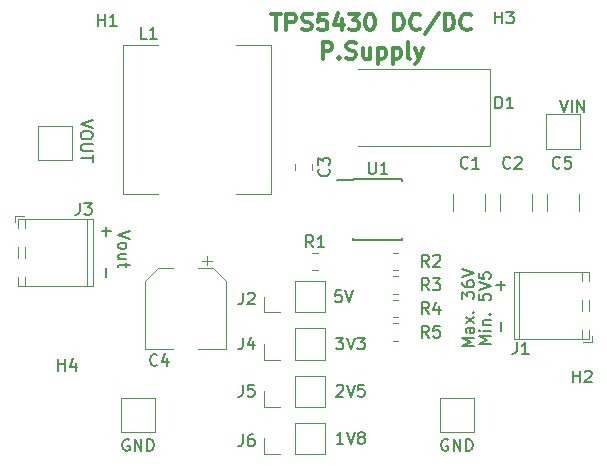
<source format=gto>
G04 #@! TF.GenerationSoftware,KiCad,Pcbnew,(5.1.9)-1*
G04 #@! TF.CreationDate,2021-04-25T19:06:47+03:00*
G04 #@! TF.ProjectId,TPS5430_Board_Rev_1.0,54505335-3433-4305-9f42-6f6172645f52,rev?*
G04 #@! TF.SameCoordinates,Original*
G04 #@! TF.FileFunction,Legend,Top*
G04 #@! TF.FilePolarity,Positive*
%FSLAX46Y46*%
G04 Gerber Fmt 4.6, Leading zero omitted, Abs format (unit mm)*
G04 Created by KiCad (PCBNEW (5.1.9)-1) date 2021-04-25 19:06:47*
%MOMM*%
%LPD*%
G01*
G04 APERTURE LIST*
%ADD10C,0.150000*%
%ADD11C,0.300000*%
%ADD12C,0.120000*%
G04 APERTURE END LIST*
D10*
X67147619Y-110038095D02*
X66147619Y-110371428D01*
X67147619Y-110704761D01*
X67147619Y-111228571D02*
X67147619Y-111419047D01*
X67100000Y-111514285D01*
X67004761Y-111609523D01*
X66814285Y-111657142D01*
X66480952Y-111657142D01*
X66290476Y-111609523D01*
X66195238Y-111514285D01*
X66147619Y-111419047D01*
X66147619Y-111228571D01*
X66195238Y-111133333D01*
X66290476Y-111038095D01*
X66480952Y-110990476D01*
X66814285Y-110990476D01*
X67004761Y-111038095D01*
X67100000Y-111133333D01*
X67147619Y-111228571D01*
X67147619Y-112085714D02*
X66338095Y-112085714D01*
X66242857Y-112133333D01*
X66195238Y-112180952D01*
X66147619Y-112276190D01*
X66147619Y-112466666D01*
X66195238Y-112561904D01*
X66242857Y-112609523D01*
X66338095Y-112657142D01*
X67147619Y-112657142D01*
X67147619Y-112990476D02*
X67147619Y-113561904D01*
X66147619Y-113276190D02*
X67147619Y-113276190D01*
D11*
X82300000Y-101033333D02*
X83100000Y-101033333D01*
X82700000Y-102433333D02*
X82700000Y-101033333D01*
X83566666Y-102433333D02*
X83566666Y-101033333D01*
X84100000Y-101033333D01*
X84233333Y-101100000D01*
X84300000Y-101166666D01*
X84366666Y-101300000D01*
X84366666Y-101500000D01*
X84300000Y-101633333D01*
X84233333Y-101700000D01*
X84100000Y-101766666D01*
X83566666Y-101766666D01*
X84900000Y-102366666D02*
X85100000Y-102433333D01*
X85433333Y-102433333D01*
X85566666Y-102366666D01*
X85633333Y-102300000D01*
X85700000Y-102166666D01*
X85700000Y-102033333D01*
X85633333Y-101900000D01*
X85566666Y-101833333D01*
X85433333Y-101766666D01*
X85166666Y-101700000D01*
X85033333Y-101633333D01*
X84966666Y-101566666D01*
X84900000Y-101433333D01*
X84900000Y-101300000D01*
X84966666Y-101166666D01*
X85033333Y-101100000D01*
X85166666Y-101033333D01*
X85500000Y-101033333D01*
X85700000Y-101100000D01*
X86966666Y-101033333D02*
X86300000Y-101033333D01*
X86233333Y-101700000D01*
X86300000Y-101633333D01*
X86433333Y-101566666D01*
X86766666Y-101566666D01*
X86900000Y-101633333D01*
X86966666Y-101700000D01*
X87033333Y-101833333D01*
X87033333Y-102166666D01*
X86966666Y-102300000D01*
X86900000Y-102366666D01*
X86766666Y-102433333D01*
X86433333Y-102433333D01*
X86300000Y-102366666D01*
X86233333Y-102300000D01*
X88233333Y-101500000D02*
X88233333Y-102433333D01*
X87900000Y-100966666D02*
X87566666Y-101966666D01*
X88433333Y-101966666D01*
X88833333Y-101033333D02*
X89700000Y-101033333D01*
X89233333Y-101566666D01*
X89433333Y-101566666D01*
X89566666Y-101633333D01*
X89633333Y-101700000D01*
X89700000Y-101833333D01*
X89700000Y-102166666D01*
X89633333Y-102300000D01*
X89566666Y-102366666D01*
X89433333Y-102433333D01*
X89033333Y-102433333D01*
X88900000Y-102366666D01*
X88833333Y-102300000D01*
X90566666Y-101033333D02*
X90700000Y-101033333D01*
X90833333Y-101100000D01*
X90900000Y-101166666D01*
X90966666Y-101300000D01*
X91033333Y-101566666D01*
X91033333Y-101900000D01*
X90966666Y-102166666D01*
X90900000Y-102300000D01*
X90833333Y-102366666D01*
X90700000Y-102433333D01*
X90566666Y-102433333D01*
X90433333Y-102366666D01*
X90366666Y-102300000D01*
X90300000Y-102166666D01*
X90233333Y-101900000D01*
X90233333Y-101566666D01*
X90300000Y-101300000D01*
X90366666Y-101166666D01*
X90433333Y-101100000D01*
X90566666Y-101033333D01*
X92700000Y-102433333D02*
X92700000Y-101033333D01*
X93033333Y-101033333D01*
X93233333Y-101100000D01*
X93366666Y-101233333D01*
X93433333Y-101366666D01*
X93500000Y-101633333D01*
X93500000Y-101833333D01*
X93433333Y-102100000D01*
X93366666Y-102233333D01*
X93233333Y-102366666D01*
X93033333Y-102433333D01*
X92700000Y-102433333D01*
X94900000Y-102300000D02*
X94833333Y-102366666D01*
X94633333Y-102433333D01*
X94500000Y-102433333D01*
X94300000Y-102366666D01*
X94166666Y-102233333D01*
X94100000Y-102100000D01*
X94033333Y-101833333D01*
X94033333Y-101633333D01*
X94100000Y-101366666D01*
X94166666Y-101233333D01*
X94300000Y-101100000D01*
X94500000Y-101033333D01*
X94633333Y-101033333D01*
X94833333Y-101100000D01*
X94900000Y-101166666D01*
X96500000Y-100966666D02*
X95300000Y-102766666D01*
X96966666Y-102433333D02*
X96966666Y-101033333D01*
X97300000Y-101033333D01*
X97500000Y-101100000D01*
X97633333Y-101233333D01*
X97700000Y-101366666D01*
X97766666Y-101633333D01*
X97766666Y-101833333D01*
X97700000Y-102100000D01*
X97633333Y-102233333D01*
X97500000Y-102366666D01*
X97300000Y-102433333D01*
X96966666Y-102433333D01*
X99166666Y-102300000D02*
X99100000Y-102366666D01*
X98900000Y-102433333D01*
X98766666Y-102433333D01*
X98566666Y-102366666D01*
X98433333Y-102233333D01*
X98366666Y-102100000D01*
X98300000Y-101833333D01*
X98300000Y-101633333D01*
X98366666Y-101366666D01*
X98433333Y-101233333D01*
X98566666Y-101100000D01*
X98766666Y-101033333D01*
X98900000Y-101033333D01*
X99100000Y-101100000D01*
X99166666Y-101166666D01*
X86633333Y-104833333D02*
X86633333Y-103433333D01*
X87166666Y-103433333D01*
X87300000Y-103500000D01*
X87366666Y-103566666D01*
X87433333Y-103700000D01*
X87433333Y-103900000D01*
X87366666Y-104033333D01*
X87300000Y-104100000D01*
X87166666Y-104166666D01*
X86633333Y-104166666D01*
X88033333Y-104700000D02*
X88100000Y-104766666D01*
X88033333Y-104833333D01*
X87966666Y-104766666D01*
X88033333Y-104700000D01*
X88033333Y-104833333D01*
X88633333Y-104766666D02*
X88833333Y-104833333D01*
X89166666Y-104833333D01*
X89300000Y-104766666D01*
X89366666Y-104700000D01*
X89433333Y-104566666D01*
X89433333Y-104433333D01*
X89366666Y-104300000D01*
X89300000Y-104233333D01*
X89166666Y-104166666D01*
X88900000Y-104100000D01*
X88766666Y-104033333D01*
X88700000Y-103966666D01*
X88633333Y-103833333D01*
X88633333Y-103700000D01*
X88700000Y-103566666D01*
X88766666Y-103500000D01*
X88900000Y-103433333D01*
X89233333Y-103433333D01*
X89433333Y-103500000D01*
X90633333Y-103900000D02*
X90633333Y-104833333D01*
X90033333Y-103900000D02*
X90033333Y-104633333D01*
X90100000Y-104766666D01*
X90233333Y-104833333D01*
X90433333Y-104833333D01*
X90566666Y-104766666D01*
X90633333Y-104700000D01*
X91300000Y-103900000D02*
X91300000Y-105300000D01*
X91300000Y-103966666D02*
X91433333Y-103900000D01*
X91700000Y-103900000D01*
X91833333Y-103966666D01*
X91900000Y-104033333D01*
X91966666Y-104166666D01*
X91966666Y-104566666D01*
X91900000Y-104700000D01*
X91833333Y-104766666D01*
X91700000Y-104833333D01*
X91433333Y-104833333D01*
X91300000Y-104766666D01*
X92566666Y-103900000D02*
X92566666Y-105300000D01*
X92566666Y-103966666D02*
X92700000Y-103900000D01*
X92966666Y-103900000D01*
X93100000Y-103966666D01*
X93166666Y-104033333D01*
X93233333Y-104166666D01*
X93233333Y-104566666D01*
X93166666Y-104700000D01*
X93100000Y-104766666D01*
X92966666Y-104833333D01*
X92700000Y-104833333D01*
X92566666Y-104766666D01*
X94033333Y-104833333D02*
X93900000Y-104766666D01*
X93833333Y-104633333D01*
X93833333Y-103433333D01*
X94433333Y-103900000D02*
X94766666Y-104833333D01*
X95100000Y-103900000D02*
X94766666Y-104833333D01*
X94633333Y-105166666D01*
X94566666Y-105233333D01*
X94433333Y-105300000D01*
D10*
X99452380Y-129190476D02*
X98452380Y-129190476D01*
X99166666Y-128857142D01*
X98452380Y-128523809D01*
X99452380Y-128523809D01*
X99452380Y-127619047D02*
X98928571Y-127619047D01*
X98833333Y-127666666D01*
X98785714Y-127761904D01*
X98785714Y-127952380D01*
X98833333Y-128047619D01*
X99404761Y-127619047D02*
X99452380Y-127714285D01*
X99452380Y-127952380D01*
X99404761Y-128047619D01*
X99309523Y-128095238D01*
X99214285Y-128095238D01*
X99119047Y-128047619D01*
X99071428Y-127952380D01*
X99071428Y-127714285D01*
X99023809Y-127619047D01*
X99452380Y-127238095D02*
X98785714Y-126714285D01*
X98785714Y-127238095D02*
X99452380Y-126714285D01*
X99357142Y-126333333D02*
X99404761Y-126285714D01*
X99452380Y-126333333D01*
X99404761Y-126380952D01*
X99357142Y-126333333D01*
X99452380Y-126333333D01*
X98452380Y-125190476D02*
X98452380Y-124571428D01*
X98833333Y-124904761D01*
X98833333Y-124761904D01*
X98880952Y-124666666D01*
X98928571Y-124619047D01*
X99023809Y-124571428D01*
X99261904Y-124571428D01*
X99357142Y-124619047D01*
X99404761Y-124666666D01*
X99452380Y-124761904D01*
X99452380Y-125047619D01*
X99404761Y-125142857D01*
X99357142Y-125190476D01*
X98452380Y-123714285D02*
X98452380Y-123904761D01*
X98500000Y-124000000D01*
X98547619Y-124047619D01*
X98690476Y-124142857D01*
X98880952Y-124190476D01*
X99261904Y-124190476D01*
X99357142Y-124142857D01*
X99404761Y-124095238D01*
X99452380Y-124000000D01*
X99452380Y-123809523D01*
X99404761Y-123714285D01*
X99357142Y-123666666D01*
X99261904Y-123619047D01*
X99023809Y-123619047D01*
X98928571Y-123666666D01*
X98880952Y-123714285D01*
X98833333Y-123809523D01*
X98833333Y-124000000D01*
X98880952Y-124095238D01*
X98928571Y-124142857D01*
X99023809Y-124190476D01*
X98452380Y-123333333D02*
X99452380Y-123000000D01*
X98452380Y-122666666D01*
X70347619Y-119476190D02*
X69347619Y-119809523D01*
X70347619Y-120142857D01*
X69347619Y-120619047D02*
X69395238Y-120523809D01*
X69442857Y-120476190D01*
X69538095Y-120428571D01*
X69823809Y-120428571D01*
X69919047Y-120476190D01*
X69966666Y-120523809D01*
X70014285Y-120619047D01*
X70014285Y-120761904D01*
X69966666Y-120857142D01*
X69919047Y-120904761D01*
X69823809Y-120952380D01*
X69538095Y-120952380D01*
X69442857Y-120904761D01*
X69395238Y-120857142D01*
X69347619Y-120761904D01*
X69347619Y-120619047D01*
X70014285Y-121809523D02*
X69347619Y-121809523D01*
X70014285Y-121380952D02*
X69490476Y-121380952D01*
X69395238Y-121428571D01*
X69347619Y-121523809D01*
X69347619Y-121666666D01*
X69395238Y-121761904D01*
X69442857Y-121809523D01*
X70014285Y-122142857D02*
X70014285Y-122523809D01*
X70347619Y-122285714D02*
X69490476Y-122285714D01*
X69395238Y-122333333D01*
X69347619Y-122428571D01*
X69347619Y-122523809D01*
X100852380Y-129023809D02*
X99852380Y-129023809D01*
X100566666Y-128690476D01*
X99852380Y-128357142D01*
X100852380Y-128357142D01*
X100852380Y-127880952D02*
X100185714Y-127880952D01*
X99852380Y-127880952D02*
X99900000Y-127928571D01*
X99947619Y-127880952D01*
X99900000Y-127833333D01*
X99852380Y-127880952D01*
X99947619Y-127880952D01*
X100185714Y-127404761D02*
X100852380Y-127404761D01*
X100280952Y-127404761D02*
X100233333Y-127357142D01*
X100185714Y-127261904D01*
X100185714Y-127119047D01*
X100233333Y-127023809D01*
X100328571Y-126976190D01*
X100852380Y-126976190D01*
X100757142Y-126500000D02*
X100804761Y-126452380D01*
X100852380Y-126500000D01*
X100804761Y-126547619D01*
X100757142Y-126500000D01*
X100852380Y-126500000D01*
X99852380Y-124785714D02*
X99852380Y-125261904D01*
X100328571Y-125309523D01*
X100280952Y-125261904D01*
X100233333Y-125166666D01*
X100233333Y-124928571D01*
X100280952Y-124833333D01*
X100328571Y-124785714D01*
X100423809Y-124738095D01*
X100661904Y-124738095D01*
X100757142Y-124785714D01*
X100804761Y-124833333D01*
X100852380Y-124928571D01*
X100852380Y-125166666D01*
X100804761Y-125261904D01*
X100757142Y-125309523D01*
X99852380Y-124452380D02*
X100852380Y-124119047D01*
X99852380Y-123785714D01*
X99852380Y-122976190D02*
X99852380Y-123452380D01*
X100328571Y-123500000D01*
X100280952Y-123452380D01*
X100233333Y-123357142D01*
X100233333Y-123119047D01*
X100280952Y-123023809D01*
X100328571Y-122976190D01*
X100423809Y-122928571D01*
X100661904Y-122928571D01*
X100757142Y-122976190D01*
X100804761Y-123023809D01*
X100852380Y-123119047D01*
X100852380Y-123357142D01*
X100804761Y-123452380D01*
X100757142Y-123500000D01*
X88380952Y-137452380D02*
X87809523Y-137452380D01*
X88095238Y-137452380D02*
X88095238Y-136452380D01*
X88000000Y-136595238D01*
X87904761Y-136690476D01*
X87809523Y-136738095D01*
X88666666Y-136452380D02*
X89000000Y-137452380D01*
X89333333Y-136452380D01*
X89809523Y-136880952D02*
X89714285Y-136833333D01*
X89666666Y-136785714D01*
X89619047Y-136690476D01*
X89619047Y-136642857D01*
X89666666Y-136547619D01*
X89714285Y-136500000D01*
X89809523Y-136452380D01*
X90000000Y-136452380D01*
X90095238Y-136500000D01*
X90142857Y-136547619D01*
X90190476Y-136642857D01*
X90190476Y-136690476D01*
X90142857Y-136785714D01*
X90095238Y-136833333D01*
X90000000Y-136880952D01*
X89809523Y-136880952D01*
X89714285Y-136928571D01*
X89666666Y-136976190D01*
X89619047Y-137071428D01*
X89619047Y-137261904D01*
X89666666Y-137357142D01*
X89714285Y-137404761D01*
X89809523Y-137452380D01*
X90000000Y-137452380D01*
X90095238Y-137404761D01*
X90142857Y-137357142D01*
X90190476Y-137261904D01*
X90190476Y-137071428D01*
X90142857Y-136976190D01*
X90095238Y-136928571D01*
X90000000Y-136880952D01*
X87809523Y-132547619D02*
X87857142Y-132500000D01*
X87952380Y-132452380D01*
X88190476Y-132452380D01*
X88285714Y-132500000D01*
X88333333Y-132547619D01*
X88380952Y-132642857D01*
X88380952Y-132738095D01*
X88333333Y-132880952D01*
X87761904Y-133452380D01*
X88380952Y-133452380D01*
X88666666Y-132452380D02*
X89000000Y-133452380D01*
X89333333Y-132452380D01*
X90142857Y-132452380D02*
X89666666Y-132452380D01*
X89619047Y-132928571D01*
X89666666Y-132880952D01*
X89761904Y-132833333D01*
X90000000Y-132833333D01*
X90095238Y-132880952D01*
X90142857Y-132928571D01*
X90190476Y-133023809D01*
X90190476Y-133261904D01*
X90142857Y-133357142D01*
X90095238Y-133404761D01*
X90000000Y-133452380D01*
X89761904Y-133452380D01*
X89666666Y-133404761D01*
X89619047Y-133357142D01*
X88209523Y-124452380D02*
X87733333Y-124452380D01*
X87685714Y-124928571D01*
X87733333Y-124880952D01*
X87828571Y-124833333D01*
X88066666Y-124833333D01*
X88161904Y-124880952D01*
X88209523Y-124928571D01*
X88257142Y-125023809D01*
X88257142Y-125261904D01*
X88209523Y-125357142D01*
X88161904Y-125404761D01*
X88066666Y-125452380D01*
X87828571Y-125452380D01*
X87733333Y-125404761D01*
X87685714Y-125357142D01*
X88542857Y-124452380D02*
X88876190Y-125452380D01*
X89209523Y-124452380D01*
X87761904Y-128452380D02*
X88380952Y-128452380D01*
X88047619Y-128833333D01*
X88190476Y-128833333D01*
X88285714Y-128880952D01*
X88333333Y-128928571D01*
X88380952Y-129023809D01*
X88380952Y-129261904D01*
X88333333Y-129357142D01*
X88285714Y-129404761D01*
X88190476Y-129452380D01*
X87904761Y-129452380D01*
X87809523Y-129404761D01*
X87761904Y-129357142D01*
X88666666Y-128452380D02*
X89000000Y-129452380D01*
X89333333Y-128452380D01*
X89571428Y-128452380D02*
X90190476Y-128452380D01*
X89857142Y-128833333D01*
X90000000Y-128833333D01*
X90095238Y-128880952D01*
X90142857Y-128928571D01*
X90190476Y-129023809D01*
X90190476Y-129261904D01*
X90142857Y-129357142D01*
X90095238Y-129404761D01*
X90000000Y-129452380D01*
X89714285Y-129452380D01*
X89619047Y-129404761D01*
X89571428Y-129357142D01*
X68328571Y-119057142D02*
X68328571Y-119819047D01*
X67947619Y-119438095D02*
X68709523Y-119438095D01*
X68328571Y-122580952D02*
X68328571Y-123342857D01*
X70238095Y-137100000D02*
X70142857Y-137052380D01*
X70000000Y-137052380D01*
X69857142Y-137100000D01*
X69761904Y-137195238D01*
X69714285Y-137290476D01*
X69666666Y-137480952D01*
X69666666Y-137623809D01*
X69714285Y-137814285D01*
X69761904Y-137909523D01*
X69857142Y-138004761D01*
X70000000Y-138052380D01*
X70095238Y-138052380D01*
X70238095Y-138004761D01*
X70285714Y-137957142D01*
X70285714Y-137623809D01*
X70095238Y-137623809D01*
X70714285Y-138052380D02*
X70714285Y-137052380D01*
X71285714Y-138052380D01*
X71285714Y-137052380D01*
X71761904Y-138052380D02*
X71761904Y-137052380D01*
X72000000Y-137052380D01*
X72142857Y-137100000D01*
X72238095Y-137195238D01*
X72285714Y-137290476D01*
X72333333Y-137480952D01*
X72333333Y-137623809D01*
X72285714Y-137814285D01*
X72238095Y-137909523D01*
X72142857Y-138004761D01*
X72000000Y-138052380D01*
X71761904Y-138052380D01*
X97238095Y-137100000D02*
X97142857Y-137052380D01*
X97000000Y-137052380D01*
X96857142Y-137100000D01*
X96761904Y-137195238D01*
X96714285Y-137290476D01*
X96666666Y-137480952D01*
X96666666Y-137623809D01*
X96714285Y-137814285D01*
X96761904Y-137909523D01*
X96857142Y-138004761D01*
X97000000Y-138052380D01*
X97095238Y-138052380D01*
X97238095Y-138004761D01*
X97285714Y-137957142D01*
X97285714Y-137623809D01*
X97095238Y-137623809D01*
X97714285Y-138052380D02*
X97714285Y-137052380D01*
X98285714Y-138052380D01*
X98285714Y-137052380D01*
X98761904Y-138052380D02*
X98761904Y-137052380D01*
X99000000Y-137052380D01*
X99142857Y-137100000D01*
X99238095Y-137195238D01*
X99285714Y-137290476D01*
X99333333Y-137480952D01*
X99333333Y-137623809D01*
X99285714Y-137814285D01*
X99238095Y-137909523D01*
X99142857Y-138004761D01*
X99000000Y-138052380D01*
X98761904Y-138052380D01*
X101728571Y-123657142D02*
X101728571Y-124419047D01*
X101347619Y-124038095D02*
X102109523Y-124038095D01*
X101728571Y-127180952D02*
X101728571Y-127942857D01*
X106704761Y-108352380D02*
X107038095Y-109352380D01*
X107371428Y-108352380D01*
X107704761Y-109352380D02*
X107704761Y-108352380D01*
X108180952Y-109352380D02*
X108180952Y-108352380D01*
X108752380Y-109352380D01*
X108752380Y-108352380D01*
X89225000Y-115110000D02*
X87825000Y-115110000D01*
X89225000Y-120210000D02*
X93375000Y-120210000D01*
X89225000Y-115060000D02*
X93375000Y-115060000D01*
X89225000Y-120210000D02*
X89225000Y-120065000D01*
X93375000Y-120210000D02*
X93375000Y-120065000D01*
X93375000Y-115060000D02*
X93375000Y-115205000D01*
X89225000Y-115060000D02*
X89225000Y-115110000D01*
D12*
X62550000Y-113450000D02*
X62550000Y-110550000D01*
X65450000Y-113450000D02*
X62550000Y-113450000D01*
X65450000Y-110550000D02*
X65450000Y-113450000D01*
X62550000Y-110550000D02*
X65450000Y-110550000D01*
X69550000Y-136450000D02*
X69550000Y-133550000D01*
X72450000Y-136450000D02*
X69550000Y-136450000D01*
X72450000Y-133550000D02*
X72450000Y-136450000D01*
X69550000Y-133550000D02*
X72450000Y-133550000D01*
X96550000Y-136450000D02*
X96550000Y-133550000D01*
X99450000Y-136450000D02*
X96550000Y-136450000D01*
X99450000Y-133550000D02*
X99450000Y-136450000D01*
X96550000Y-133550000D02*
X99450000Y-133550000D01*
X105550000Y-112450000D02*
X105550000Y-109550000D01*
X108450000Y-112450000D02*
X105550000Y-112450000D01*
X108450000Y-109550000D02*
X108450000Y-112450000D01*
X105550000Y-109550000D02*
X108450000Y-109550000D01*
X92572936Y-128735000D02*
X93027064Y-128735000D01*
X92572936Y-127265000D02*
X93027064Y-127265000D01*
X92572936Y-126735000D02*
X93027064Y-126735000D01*
X92572936Y-125265000D02*
X93027064Y-125265000D01*
X92572936Y-124735000D02*
X93027064Y-124735000D01*
X92572936Y-123265000D02*
X93027064Y-123265000D01*
X92572936Y-122735000D02*
X93027064Y-122735000D01*
X92572936Y-121265000D02*
X93027064Y-121265000D01*
X85772936Y-122735000D02*
X86227064Y-122735000D01*
X85772936Y-121265000D02*
X86227064Y-121265000D01*
X69700000Y-103700000D02*
X72700000Y-103700000D01*
X69700000Y-116300000D02*
X69700000Y-103700000D01*
X72700000Y-116300000D02*
X69700000Y-116300000D01*
X82300000Y-116300000D02*
X79300000Y-116300000D01*
X82300000Y-103700000D02*
X82300000Y-116300000D01*
X79300000Y-103700000D02*
X82300000Y-103700000D01*
X81670000Y-138330000D02*
X81670000Y-137000000D01*
X83000000Y-138330000D02*
X81670000Y-138330000D01*
X84270000Y-138330000D02*
X84270000Y-135670000D01*
X84270000Y-135670000D02*
X86870000Y-135670000D01*
X84270000Y-138330000D02*
X86870000Y-138330000D01*
X86870000Y-138330000D02*
X86870000Y-135670000D01*
X81670000Y-134330000D02*
X81670000Y-133000000D01*
X83000000Y-134330000D02*
X81670000Y-134330000D01*
X84270000Y-134330000D02*
X84270000Y-131670000D01*
X84270000Y-131670000D02*
X86870000Y-131670000D01*
X84270000Y-134330000D02*
X86870000Y-134330000D01*
X86870000Y-134330000D02*
X86870000Y-131670000D01*
X81670000Y-130330000D02*
X81670000Y-129000000D01*
X83000000Y-130330000D02*
X81670000Y-130330000D01*
X84270000Y-130330000D02*
X84270000Y-127670000D01*
X84270000Y-127670000D02*
X86870000Y-127670000D01*
X84270000Y-130330000D02*
X86870000Y-130330000D01*
X86870000Y-130330000D02*
X86870000Y-127670000D01*
X60600000Y-118200000D02*
X60600000Y-118700000D01*
X61340000Y-118200000D02*
X60600000Y-118200000D01*
X67160000Y-124100000D02*
X60840000Y-124100000D01*
X67160000Y-118440000D02*
X60840000Y-118440000D01*
X60840000Y-123330000D02*
X60840000Y-124100000D01*
X60840000Y-120790000D02*
X60840000Y-121750000D01*
X60840000Y-118440000D02*
X60840000Y-119210000D01*
X67160000Y-118440000D02*
X67160000Y-124100000D01*
X66700000Y-118440000D02*
X66700000Y-124100000D01*
X61400000Y-123330000D02*
X61400000Y-124100000D01*
X61400000Y-120790000D02*
X61400000Y-121750000D01*
X61400000Y-118440000D02*
X61400000Y-119210000D01*
X81670000Y-126330000D02*
X81670000Y-125000000D01*
X83000000Y-126330000D02*
X81670000Y-126330000D01*
X84270000Y-126330000D02*
X84270000Y-123670000D01*
X84270000Y-123670000D02*
X86870000Y-123670000D01*
X84270000Y-126330000D02*
X86870000Y-126330000D01*
X86870000Y-126330000D02*
X86870000Y-123670000D01*
X109400000Y-128800000D02*
X109400000Y-128300000D01*
X108660000Y-128800000D02*
X109400000Y-128800000D01*
X102840000Y-122900000D02*
X109160000Y-122900000D01*
X102840000Y-128560000D02*
X109160000Y-128560000D01*
X109160000Y-123670000D02*
X109160000Y-122900000D01*
X109160000Y-126210000D02*
X109160000Y-125250000D01*
X109160000Y-128560000D02*
X109160000Y-127790000D01*
X102840000Y-128560000D02*
X102840000Y-122900000D01*
X103300000Y-128560000D02*
X103300000Y-122900000D01*
X108600000Y-123670000D02*
X108600000Y-122900000D01*
X108600000Y-126210000D02*
X108600000Y-125250000D01*
X108600000Y-128560000D02*
X108600000Y-127790000D01*
X100800000Y-112250000D02*
X89600000Y-112250000D01*
X100800000Y-105750000D02*
X89600000Y-105750000D01*
X100800000Y-105750000D02*
X100800000Y-112250000D01*
X105640000Y-116288748D02*
X105640000Y-117711252D01*
X108360000Y-116288748D02*
X108360000Y-117711252D01*
X77241250Y-121956250D02*
X76453750Y-121956250D01*
X76847500Y-121562500D02*
X76847500Y-122350000D01*
X72654437Y-122590000D02*
X71590000Y-123654437D01*
X77345563Y-122590000D02*
X78410000Y-123654437D01*
X77345563Y-122590000D02*
X76060000Y-122590000D01*
X72654437Y-122590000D02*
X73940000Y-122590000D01*
X71590000Y-123654437D02*
X71590000Y-129410000D01*
X78410000Y-123654437D02*
X78410000Y-129410000D01*
X78410000Y-129410000D02*
X76060000Y-129410000D01*
X71590000Y-129410000D02*
X73940000Y-129410000D01*
X84265000Y-113738748D02*
X84265000Y-114261252D01*
X85735000Y-113738748D02*
X85735000Y-114261252D01*
X101640000Y-116288748D02*
X101640000Y-117711252D01*
X104360000Y-116288748D02*
X104360000Y-117711252D01*
X97640000Y-116288748D02*
X97640000Y-117711252D01*
X100360000Y-116288748D02*
X100360000Y-117711252D01*
D10*
X90538095Y-113587380D02*
X90538095Y-114396904D01*
X90585714Y-114492142D01*
X90633333Y-114539761D01*
X90728571Y-114587380D01*
X90919047Y-114587380D01*
X91014285Y-114539761D01*
X91061904Y-114492142D01*
X91109523Y-114396904D01*
X91109523Y-113587380D01*
X92109523Y-114587380D02*
X91538095Y-114587380D01*
X91823809Y-114587380D02*
X91823809Y-113587380D01*
X91728571Y-113730238D01*
X91633333Y-113825476D01*
X91538095Y-113873095D01*
X95633333Y-128452380D02*
X95300000Y-127976190D01*
X95061904Y-128452380D02*
X95061904Y-127452380D01*
X95442857Y-127452380D01*
X95538095Y-127500000D01*
X95585714Y-127547619D01*
X95633333Y-127642857D01*
X95633333Y-127785714D01*
X95585714Y-127880952D01*
X95538095Y-127928571D01*
X95442857Y-127976190D01*
X95061904Y-127976190D01*
X96538095Y-127452380D02*
X96061904Y-127452380D01*
X96014285Y-127928571D01*
X96061904Y-127880952D01*
X96157142Y-127833333D01*
X96395238Y-127833333D01*
X96490476Y-127880952D01*
X96538095Y-127928571D01*
X96585714Y-128023809D01*
X96585714Y-128261904D01*
X96538095Y-128357142D01*
X96490476Y-128404761D01*
X96395238Y-128452380D01*
X96157142Y-128452380D01*
X96061904Y-128404761D01*
X96014285Y-128357142D01*
X95633333Y-126452380D02*
X95300000Y-125976190D01*
X95061904Y-126452380D02*
X95061904Y-125452380D01*
X95442857Y-125452380D01*
X95538095Y-125500000D01*
X95585714Y-125547619D01*
X95633333Y-125642857D01*
X95633333Y-125785714D01*
X95585714Y-125880952D01*
X95538095Y-125928571D01*
X95442857Y-125976190D01*
X95061904Y-125976190D01*
X96490476Y-125785714D02*
X96490476Y-126452380D01*
X96252380Y-125404761D02*
X96014285Y-126119047D01*
X96633333Y-126119047D01*
X95633333Y-124452380D02*
X95300000Y-123976190D01*
X95061904Y-124452380D02*
X95061904Y-123452380D01*
X95442857Y-123452380D01*
X95538095Y-123500000D01*
X95585714Y-123547619D01*
X95633333Y-123642857D01*
X95633333Y-123785714D01*
X95585714Y-123880952D01*
X95538095Y-123928571D01*
X95442857Y-123976190D01*
X95061904Y-123976190D01*
X95966666Y-123452380D02*
X96585714Y-123452380D01*
X96252380Y-123833333D01*
X96395238Y-123833333D01*
X96490476Y-123880952D01*
X96538095Y-123928571D01*
X96585714Y-124023809D01*
X96585714Y-124261904D01*
X96538095Y-124357142D01*
X96490476Y-124404761D01*
X96395238Y-124452380D01*
X96109523Y-124452380D01*
X96014285Y-124404761D01*
X95966666Y-124357142D01*
X95633333Y-122452380D02*
X95300000Y-121976190D01*
X95061904Y-122452380D02*
X95061904Y-121452380D01*
X95442857Y-121452380D01*
X95538095Y-121500000D01*
X95585714Y-121547619D01*
X95633333Y-121642857D01*
X95633333Y-121785714D01*
X95585714Y-121880952D01*
X95538095Y-121928571D01*
X95442857Y-121976190D01*
X95061904Y-121976190D01*
X96014285Y-121547619D02*
X96061904Y-121500000D01*
X96157142Y-121452380D01*
X96395238Y-121452380D01*
X96490476Y-121500000D01*
X96538095Y-121547619D01*
X96585714Y-121642857D01*
X96585714Y-121738095D01*
X96538095Y-121880952D01*
X95966666Y-122452380D01*
X96585714Y-122452380D01*
X85833333Y-120802380D02*
X85500000Y-120326190D01*
X85261904Y-120802380D02*
X85261904Y-119802380D01*
X85642857Y-119802380D01*
X85738095Y-119850000D01*
X85785714Y-119897619D01*
X85833333Y-119992857D01*
X85833333Y-120135714D01*
X85785714Y-120230952D01*
X85738095Y-120278571D01*
X85642857Y-120326190D01*
X85261904Y-120326190D01*
X86785714Y-120802380D02*
X86214285Y-120802380D01*
X86500000Y-120802380D02*
X86500000Y-119802380D01*
X86404761Y-119945238D01*
X86309523Y-120040476D01*
X86214285Y-120088095D01*
X71733333Y-103152380D02*
X71257142Y-103152380D01*
X71257142Y-102152380D01*
X72590476Y-103152380D02*
X72019047Y-103152380D01*
X72304761Y-103152380D02*
X72304761Y-102152380D01*
X72209523Y-102295238D01*
X72114285Y-102390476D01*
X72019047Y-102438095D01*
X79866666Y-136652380D02*
X79866666Y-137366666D01*
X79819047Y-137509523D01*
X79723809Y-137604761D01*
X79580952Y-137652380D01*
X79485714Y-137652380D01*
X80771428Y-136652380D02*
X80580952Y-136652380D01*
X80485714Y-136700000D01*
X80438095Y-136747619D01*
X80342857Y-136890476D01*
X80295238Y-137080952D01*
X80295238Y-137461904D01*
X80342857Y-137557142D01*
X80390476Y-137604761D01*
X80485714Y-137652380D01*
X80676190Y-137652380D01*
X80771428Y-137604761D01*
X80819047Y-137557142D01*
X80866666Y-137461904D01*
X80866666Y-137223809D01*
X80819047Y-137128571D01*
X80771428Y-137080952D01*
X80676190Y-137033333D01*
X80485714Y-137033333D01*
X80390476Y-137080952D01*
X80342857Y-137128571D01*
X80295238Y-137223809D01*
X79866666Y-132452380D02*
X79866666Y-133166666D01*
X79819047Y-133309523D01*
X79723809Y-133404761D01*
X79580952Y-133452380D01*
X79485714Y-133452380D01*
X80819047Y-132452380D02*
X80342857Y-132452380D01*
X80295238Y-132928571D01*
X80342857Y-132880952D01*
X80438095Y-132833333D01*
X80676190Y-132833333D01*
X80771428Y-132880952D01*
X80819047Y-132928571D01*
X80866666Y-133023809D01*
X80866666Y-133261904D01*
X80819047Y-133357142D01*
X80771428Y-133404761D01*
X80676190Y-133452380D01*
X80438095Y-133452380D01*
X80342857Y-133404761D01*
X80295238Y-133357142D01*
X79866666Y-128452380D02*
X79866666Y-129166666D01*
X79819047Y-129309523D01*
X79723809Y-129404761D01*
X79580952Y-129452380D01*
X79485714Y-129452380D01*
X80771428Y-128785714D02*
X80771428Y-129452380D01*
X80533333Y-128404761D02*
X80295238Y-129119047D01*
X80914285Y-129119047D01*
X66066666Y-117052380D02*
X66066666Y-117766666D01*
X66019047Y-117909523D01*
X65923809Y-118004761D01*
X65780952Y-118052380D01*
X65685714Y-118052380D01*
X66447619Y-117052380D02*
X67066666Y-117052380D01*
X66733333Y-117433333D01*
X66876190Y-117433333D01*
X66971428Y-117480952D01*
X67019047Y-117528571D01*
X67066666Y-117623809D01*
X67066666Y-117861904D01*
X67019047Y-117957142D01*
X66971428Y-118004761D01*
X66876190Y-118052380D01*
X66590476Y-118052380D01*
X66495238Y-118004761D01*
X66447619Y-117957142D01*
X79866666Y-124652380D02*
X79866666Y-125366666D01*
X79819047Y-125509523D01*
X79723809Y-125604761D01*
X79580952Y-125652380D01*
X79485714Y-125652380D01*
X80295238Y-124747619D02*
X80342857Y-124700000D01*
X80438095Y-124652380D01*
X80676190Y-124652380D01*
X80771428Y-124700000D01*
X80819047Y-124747619D01*
X80866666Y-124842857D01*
X80866666Y-124938095D01*
X80819047Y-125080952D01*
X80247619Y-125652380D01*
X80866666Y-125652380D01*
X103066666Y-128852380D02*
X103066666Y-129566666D01*
X103019047Y-129709523D01*
X102923809Y-129804761D01*
X102780952Y-129852380D01*
X102685714Y-129852380D01*
X104066666Y-129852380D02*
X103495238Y-129852380D01*
X103780952Y-129852380D02*
X103780952Y-128852380D01*
X103685714Y-128995238D01*
X103590476Y-129090476D01*
X103495238Y-129138095D01*
X64238095Y-131252380D02*
X64238095Y-130252380D01*
X64238095Y-130728571D02*
X64809523Y-130728571D01*
X64809523Y-131252380D02*
X64809523Y-130252380D01*
X65714285Y-130585714D02*
X65714285Y-131252380D01*
X65476190Y-130204761D02*
X65238095Y-130919047D01*
X65857142Y-130919047D01*
X101238095Y-101852380D02*
X101238095Y-100852380D01*
X101238095Y-101328571D02*
X101809523Y-101328571D01*
X101809523Y-101852380D02*
X101809523Y-100852380D01*
X102190476Y-100852380D02*
X102809523Y-100852380D01*
X102476190Y-101233333D01*
X102619047Y-101233333D01*
X102714285Y-101280952D01*
X102761904Y-101328571D01*
X102809523Y-101423809D01*
X102809523Y-101661904D01*
X102761904Y-101757142D01*
X102714285Y-101804761D01*
X102619047Y-101852380D01*
X102333333Y-101852380D01*
X102238095Y-101804761D01*
X102190476Y-101757142D01*
X107838095Y-132252380D02*
X107838095Y-131252380D01*
X107838095Y-131728571D02*
X108409523Y-131728571D01*
X108409523Y-132252380D02*
X108409523Y-131252380D01*
X108838095Y-131347619D02*
X108885714Y-131300000D01*
X108980952Y-131252380D01*
X109219047Y-131252380D01*
X109314285Y-131300000D01*
X109361904Y-131347619D01*
X109409523Y-131442857D01*
X109409523Y-131538095D01*
X109361904Y-131680952D01*
X108790476Y-132252380D01*
X109409523Y-132252380D01*
X67638095Y-102052380D02*
X67638095Y-101052380D01*
X67638095Y-101528571D02*
X68209523Y-101528571D01*
X68209523Y-102052380D02*
X68209523Y-101052380D01*
X69209523Y-102052380D02*
X68638095Y-102052380D01*
X68923809Y-102052380D02*
X68923809Y-101052380D01*
X68828571Y-101195238D01*
X68733333Y-101290476D01*
X68638095Y-101338095D01*
X101261904Y-109052380D02*
X101261904Y-108052380D01*
X101500000Y-108052380D01*
X101642857Y-108100000D01*
X101738095Y-108195238D01*
X101785714Y-108290476D01*
X101833333Y-108480952D01*
X101833333Y-108623809D01*
X101785714Y-108814285D01*
X101738095Y-108909523D01*
X101642857Y-109004761D01*
X101500000Y-109052380D01*
X101261904Y-109052380D01*
X102785714Y-109052380D02*
X102214285Y-109052380D01*
X102500000Y-109052380D02*
X102500000Y-108052380D01*
X102404761Y-108195238D01*
X102309523Y-108290476D01*
X102214285Y-108338095D01*
X106733333Y-114057142D02*
X106685714Y-114104761D01*
X106542857Y-114152380D01*
X106447619Y-114152380D01*
X106304761Y-114104761D01*
X106209523Y-114009523D01*
X106161904Y-113914285D01*
X106114285Y-113723809D01*
X106114285Y-113580952D01*
X106161904Y-113390476D01*
X106209523Y-113295238D01*
X106304761Y-113200000D01*
X106447619Y-113152380D01*
X106542857Y-113152380D01*
X106685714Y-113200000D01*
X106733333Y-113247619D01*
X107638095Y-113152380D02*
X107161904Y-113152380D01*
X107114285Y-113628571D01*
X107161904Y-113580952D01*
X107257142Y-113533333D01*
X107495238Y-113533333D01*
X107590476Y-113580952D01*
X107638095Y-113628571D01*
X107685714Y-113723809D01*
X107685714Y-113961904D01*
X107638095Y-114057142D01*
X107590476Y-114104761D01*
X107495238Y-114152380D01*
X107257142Y-114152380D01*
X107161904Y-114104761D01*
X107114285Y-114057142D01*
X72633333Y-130757142D02*
X72585714Y-130804761D01*
X72442857Y-130852380D01*
X72347619Y-130852380D01*
X72204761Y-130804761D01*
X72109523Y-130709523D01*
X72061904Y-130614285D01*
X72014285Y-130423809D01*
X72014285Y-130280952D01*
X72061904Y-130090476D01*
X72109523Y-129995238D01*
X72204761Y-129900000D01*
X72347619Y-129852380D01*
X72442857Y-129852380D01*
X72585714Y-129900000D01*
X72633333Y-129947619D01*
X73490476Y-130185714D02*
X73490476Y-130852380D01*
X73252380Y-129804761D02*
X73014285Y-130519047D01*
X73633333Y-130519047D01*
X87157142Y-114166666D02*
X87204761Y-114214285D01*
X87252380Y-114357142D01*
X87252380Y-114452380D01*
X87204761Y-114595238D01*
X87109523Y-114690476D01*
X87014285Y-114738095D01*
X86823809Y-114785714D01*
X86680952Y-114785714D01*
X86490476Y-114738095D01*
X86395238Y-114690476D01*
X86300000Y-114595238D01*
X86252380Y-114452380D01*
X86252380Y-114357142D01*
X86300000Y-114214285D01*
X86347619Y-114166666D01*
X86252380Y-113833333D02*
X86252380Y-113214285D01*
X86633333Y-113547619D01*
X86633333Y-113404761D01*
X86680952Y-113309523D01*
X86728571Y-113261904D01*
X86823809Y-113214285D01*
X87061904Y-113214285D01*
X87157142Y-113261904D01*
X87204761Y-113309523D01*
X87252380Y-113404761D01*
X87252380Y-113690476D01*
X87204761Y-113785714D01*
X87157142Y-113833333D01*
X102533333Y-114057142D02*
X102485714Y-114104761D01*
X102342857Y-114152380D01*
X102247619Y-114152380D01*
X102104761Y-114104761D01*
X102009523Y-114009523D01*
X101961904Y-113914285D01*
X101914285Y-113723809D01*
X101914285Y-113580952D01*
X101961904Y-113390476D01*
X102009523Y-113295238D01*
X102104761Y-113200000D01*
X102247619Y-113152380D01*
X102342857Y-113152380D01*
X102485714Y-113200000D01*
X102533333Y-113247619D01*
X102914285Y-113247619D02*
X102961904Y-113200000D01*
X103057142Y-113152380D01*
X103295238Y-113152380D01*
X103390476Y-113200000D01*
X103438095Y-113247619D01*
X103485714Y-113342857D01*
X103485714Y-113438095D01*
X103438095Y-113580952D01*
X102866666Y-114152380D01*
X103485714Y-114152380D01*
X98933333Y-114057142D02*
X98885714Y-114104761D01*
X98742857Y-114152380D01*
X98647619Y-114152380D01*
X98504761Y-114104761D01*
X98409523Y-114009523D01*
X98361904Y-113914285D01*
X98314285Y-113723809D01*
X98314285Y-113580952D01*
X98361904Y-113390476D01*
X98409523Y-113295238D01*
X98504761Y-113200000D01*
X98647619Y-113152380D01*
X98742857Y-113152380D01*
X98885714Y-113200000D01*
X98933333Y-113247619D01*
X99885714Y-114152380D02*
X99314285Y-114152380D01*
X99600000Y-114152380D02*
X99600000Y-113152380D01*
X99504761Y-113295238D01*
X99409523Y-113390476D01*
X99314285Y-113438095D01*
M02*

</source>
